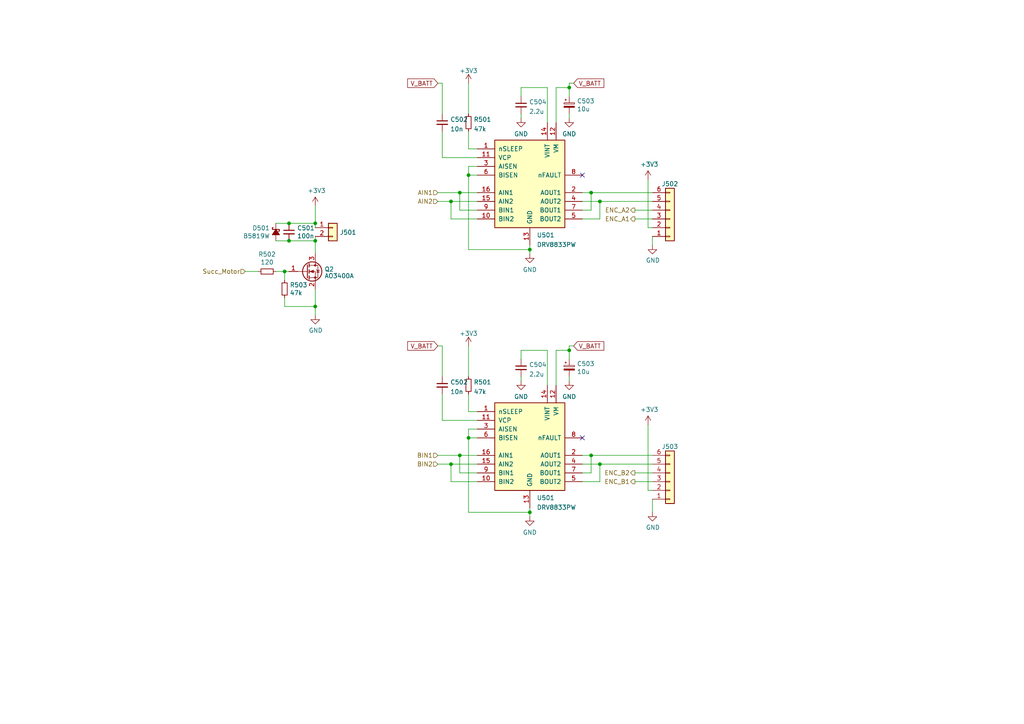
<source format=kicad_sch>
(kicad_sch (version 20230121) (generator eeschema)
  (paper "A4")
  (lib_symbols
    (symbol "Connector_Generic:Conn_01x02" (pin_names (offset 1.016) hide)
      (property "Reference" "J" (at 0 2.54 0))
      (property "Value" "Conn_01x02" (at 0 -5.08 0))
      (symbol "Conn_01x02_1_1"
        (rectangle (start -1.27 -2.413) (end 0 -2.667) (stroke (width 0.1524)))
        (rectangle (start -1.27 0.127) (end 0 -0.127) (stroke (width 0.1524)))
        (rectangle (start -1.27 1.27) (end 1.27 -3.81) (stroke (width 0.254)) (fill (type background)))
        (pin passive line (at -5.08 0 0) (length 3.81) (name "Pin_1") (number "1"))
        (pin passive line (at -5.08 -2.54 0) (length 3.81) (name "Pin_2") (number "2"))
      )
    )
    (symbol "Connector_Generic:Conn_01x06" (pin_names (offset 1.016) hide)
      (property "Reference" "J" (at 0 7.62 0))
      (property "Value" "Conn_01x06" (at 0 -10.16 0))
      (symbol "Conn_01x06_1_1"
        (rectangle (start -1.27 -7.493) (end 0 -7.747) (stroke (width 0.1524)))
        (rectangle (start -1.27 -4.953) (end 0 -5.207) (stroke (width 0.1524)))
        (rectangle (start -1.27 -2.413) (end 0 -2.667) (stroke (width 0.1524)))
        (rectangle (start -1.27 0.127) (end 0 -0.127) (stroke (width 0.1524)))
        (rectangle (start -1.27 2.667) (end 0 2.413) (stroke (width 0.1524)))
        (rectangle (start -1.27 5.207) (end 0 4.953) (stroke (width 0.1524)))
        (rectangle (start -1.27 6.35) (end 1.27 -8.89) (stroke (width 0.254)) (fill (type background)))
        (pin passive line (at -5.08 5.08 0) (length 3.81) (name "Pin_1") (number "1"))
        (pin passive line (at -5.08 2.54 0) (length 3.81) (name "Pin_2") (number "2"))
        (pin passive line (at -5.08 0 0) (length 3.81) (name "Pin_3") (number "3"))
        (pin passive line (at -5.08 -2.54 0) (length 3.81) (name "Pin_4") (number "4"))
        (pin passive line (at -5.08 -5.08 0) (length 3.81) (name "Pin_5") (number "5"))
        (pin passive line (at -5.08 -7.62 0) (length 3.81) (name "Pin_6") (number "6"))
      )
    )
    (symbol "Device:CP_Small" (pin_numbers hide) (pin_names (offset 0.254) hide)
      (property "Reference" "C" (at 0.254 1.778 0))
      (property "Value" "Device_CP_Small" (at 0.254 -2.032 0))
      (symbol "CP_Small_0_1"
        (rectangle (start -1.524 -0.3048) (end 1.524 -0.6858) (fill (type outline)))
        (rectangle (start -1.524 0.6858) (end 1.524 0.3048))
        (polyline (pts (xy -1.27 1.524) (xy -0.762 1.524)))
        (polyline (pts (xy -1.016 1.27) (xy -1.016 1.778)))
      )
      (symbol "CP_Small_1_1"
        (pin passive line (at 0 2.54 270) (length 1.8542) (name "~") (number "1"))
        (pin passive line (at 0 -2.54 90) (length 1.8542) (name "~") (number "2"))
      )
    )
    (symbol "Device:C_Small" (pin_numbers hide) (pin_names (offset 0.254) hide)
      (property "Reference" "C" (at 0.254 1.778 0))
      (property "Value" "C_Small" (at 0.254 -2.032 0))
      (symbol "C_Small_0_1"
        (polyline (pts (xy -1.524 -0.508) (xy 1.524 -0.508)) (stroke (width 0.3302)))
        (polyline (pts (xy -1.524 0.508) (xy 1.524 0.508)) (stroke (width 0.3048)))
      )
      (symbol "C_Small_1_1"
        (pin passive line (at 0 2.54 270) (length 2.032) (name "~") (number "1"))
        (pin passive line (at 0 -2.54 90) (length 2.032) (name "~") (number "2"))
      )
    )
    (symbol "Device:D_Schottky_Small_ALT" (pin_numbers hide) (pin_names (offset 0.254) hide)
      (property "Reference" "D" (at -1.27 2.032 0))
      (property "Value" "Device_D_Schottky_Small_ALT" (at -7.112 -2.032 0))
      (symbol "D_Schottky_Small_ALT_0_1"
        (polyline (pts (xy -0.762 0) (xy 0.762 0)))
        (polyline (pts (xy 0.762 -1.016) (xy -0.762 0) (xy 0.762 1.016) (xy 0.762 -1.016)) (stroke (width 0.254)) (fill (type outline)))
        (polyline (pts (xy -1.27 0.762) (xy -1.27 1.016) (xy -0.762 1.016) (xy -0.762 -1.016) (xy -0.254 -1.016) (xy -0.254 -0.762)) (stroke (width 0.254)))
      )
      (symbol "D_Schottky_Small_ALT_1_1"
        (pin passive line (at -2.54 0 0) (length 1.778) (name "K") (number "1"))
        (pin passive line (at 2.54 0 180) (length 1.778) (name "A") (number "2"))
      )
    )
    (symbol "Device:R_Small" (pin_numbers hide) (pin_names (offset 0.254) hide)
      (property "Reference" "R" (at 0.762 0.508 0))
      (property "Value" "R_Small" (at 0.762 -1.016 0))
      (symbol "R_Small_0_1"
        (rectangle (start -0.762 1.778) (end 0.762 -1.778) (stroke (width 0.2032)))
      )
      (symbol "R_Small_1_1"
        (pin passive line (at 0 2.54 270) (length 0.762) (name "~") (number "1"))
        (pin passive line (at 0 -2.54 90) (length 0.762) (name "~") (number "2"))
      )
    )
    (symbol "Driver_Motor:DRV8833PW" (pin_names (offset 1.016))
      (property "Reference" "U" (at -3.81 16.51 0))
      (property "Value" "DRV8833PW" (at -3.81 13.97 0))
      (symbol "DRV8833PW_0_1"
        (rectangle (start -10.16 12.7) (end 10.16 -12.7) (stroke (width 0.254)) (fill (type background)))
      )
      (symbol "DRV8833PW_1_1"
        (pin input line (at -15.24 10.16 0) (length 5.08) (name "nSLEEP") (number "1"))
        (pin input line (at -15.24 -10.16 0) (length 5.08) (name "BIN2") (number "10"))
        (pin bidirectional line (at -15.24 7.62 0) (length 5.08) (name "VCP") (number "11"))
        (pin power_in line (at 7.62 17.78 270) (length 5.08) (name "VM") (number "12"))
        (pin power_in line (at 0 -17.78 90) (length 5.08) (name "GND") (number "13"))
        (pin power_in line (at 5.08 17.78 270) (length 5.08) (name "VINT") (number "14"))
        (pin input line (at -15.24 -5.08 0) (length 5.08) (name "AIN2") (number "15"))
        (pin input line (at -15.24 -2.54 0) (length 5.08) (name "AIN1") (number "16"))
        (pin power_out line (at 15.24 -2.54 180) (length 5.08) (name "AOUT1") (number "2"))
        (pin bidirectional line (at -15.24 5.08 0) (length 5.08) (name "AISEN") (number "3"))
        (pin power_out line (at 15.24 -5.08 180) (length 5.08) (name "AOUT2") (number "4"))
        (pin power_out line (at 15.24 -10.16 180) (length 5.08) (name "BOUT2") (number "5"))
        (pin bidirectional line (at -15.24 2.54 0) (length 5.08) (name "BISEN") (number "6"))
        (pin power_out line (at 15.24 -7.62 180) (length 5.08) (name "BOUT1") (number "7"))
        (pin open_collector line (at 15.24 2.54 180) (length 5.08) (name "nFAULT") (number "8"))
        (pin input line (at -15.24 -7.62 0) (length 5.08) (name "BIN1") (number "9"))
      )
    )
    (symbol "Transistor_FET:AO3400A" (pin_names hide)
      (property "Reference" "Q" (at 5.08 1.905 0))
      (property "Value" "AO3400A" (at 5.08 0 0))
      (symbol "AO3400A_0_1"
        (polyline (pts (xy 0.254 0) (xy -2.54 0)))
        (polyline (pts (xy 0.254 1.905) (xy 0.254 -1.905)) (stroke (width 0.254)))
        (polyline (pts (xy 0.762 -1.27) (xy 0.762 -2.286)) (stroke (width 0.254)))
        (polyline (pts (xy 0.762 0.508) (xy 0.762 -0.508)) (stroke (width 0.254)))
        (polyline (pts (xy 0.762 2.286) (xy 0.762 1.27)) (stroke (width 0.254)))
        (polyline (pts (xy 2.54 2.54) (xy 2.54 1.778)))
        (polyline (pts (xy 2.54 -2.54) (xy 2.54 0) (xy 0.762 0)))
        (polyline (pts (xy 0.762 -1.778) (xy 3.302 -1.778) (xy 3.302 1.778) (xy 0.762 1.778)))
        (polyline (pts (xy 1.016 0) (xy 2.032 0.381) (xy 2.032 -0.381) (xy 1.016 0)) (fill (type outline)))
        (polyline (pts (xy 2.794 0.508) (xy 2.921 0.381) (xy 3.683 0.381) (xy 3.81 0.254)))
        (polyline (pts (xy 3.302 0.381) (xy 2.921 -0.254) (xy 3.683 -0.254) (xy 3.302 0.381)))
        (circle (center 1.651 0) (radius 2.794) (stroke (width 0.254)))
        (circle (center 2.54 -1.778) (radius 0.254) (fill (type outline)))
        (circle (center 2.54 1.778) (radius 0.254) (fill (type outline)))
      )
      (symbol "AO3400A_1_1"
        (pin input line (at -5.08 0 0) (length 2.54) (name "G") (number "1"))
        (pin passive line (at 2.54 -5.08 90) (length 2.54) (name "S") (number "2"))
        (pin passive line (at 2.54 5.08 270) (length 2.54) (name "D") (number "3"))
      )
    )
    (symbol "power:+3.3V" (power) (pin_names (offset 0))
      (property "Value" "+3.3V" (at 0 3.556 0))
      (symbol "+3.3V_0_1"
        (polyline (pts (xy -0.762 1.27) (xy 0 2.54)))
        (polyline (pts (xy 0 0) (xy 0 2.54)))
        (polyline (pts (xy 0 2.54) (xy 0.762 1.27)))
      )
      (symbol "+3.3V_1_1"
        (pin power_in line (at 0 0 90) (length 0) hide (name "+3V3") (number "1"))
      )
    )
    (symbol "power:GND" (power) (pin_names (offset 0))
      (property "Value" "GND" (at 0 -3.81 0))
      (symbol "GND_0_1"
        (polyline (pts (xy 0 0) (xy 0 -1.27) (xy 1.27 -1.27) (xy 0 -2.54) (xy -1.27 -1.27) (xy 0 -1.27)))
      )
      (symbol "GND_1_1"
        (pin power_in line (at 0 0 270) (length 0) hide (name "GND") (number "1"))
      )
    )
  )
  (junction (at 133.35 55.88))
  (junction (at 171.45 55.88))
  (junction (at 173.99 134.62))
  (junction (at 91.44 69.85))
  (junction (at 130.81 134.62))
  (junction (at 135.89 127))
  (junction (at 91.44 64.77))
  (junction (at 83.82 64.77))
  (junction (at 165.1 25.4))
  (junction (at 135.89 50.8))
  (junction (at 165.1 101.6))
  (junction (at 83.82 69.85))
  (junction (at 133.35 132.08))
  (junction (at 130.81 58.42))
  (junction (at 173.99 58.42))
  (junction (at 153.67 72.39))
  (junction (at 153.67 148.59))
  (junction (at 171.45 132.08))
  (junction (at 82.55 78.74))
  (junction (at 91.44 88.9))
  (no_connect (at 168.91 50.8))
  (no_connect (at 168.91 127))
  (wire (pts (xy 128.27 121.92) (xy 128.27 114.3)))
  (wire (pts (xy 138.43 60.96) (xy 133.35 60.96)))
  (wire (pts (xy 189.23 66.04) (xy 187.96 66.04)))
  (wire (pts (xy 130.81 139.7) (xy 130.81 134.62)))
  (wire (pts (xy 153.67 147.32) (xy 153.67 148.59)))
  (wire (pts (xy 165.1 24.13) (xy 166.37 24.13)))
  (wire (pts (xy 173.99 134.62) (xy 189.23 134.62)))
  (wire (pts (xy 138.43 63.5) (xy 130.81 63.5)))
  (wire (pts (xy 127 58.42) (xy 130.81 58.42)))
  (wire (pts (xy 135.89 43.18) (xy 135.89 38.1)))
  (wire (pts (xy 83.82 64.77) (xy 91.44 64.77)))
  (wire (pts (xy 91.44 88.9) (xy 91.44 83.82)))
  (wire (pts (xy 165.1 24.13) (xy 165.1 25.4)))
  (wire (pts (xy 161.29 25.4) (xy 165.1 25.4)))
  (wire (pts (xy 91.44 69.85) (xy 91.44 68.58)))
  (wire (pts (xy 158.75 25.4) (xy 158.75 35.56)))
  (wire (pts (xy 168.91 58.42) (xy 173.99 58.42)))
  (wire (pts (xy 138.43 137.16) (xy 133.35 137.16)))
  (wire (pts (xy 168.91 55.88) (xy 171.45 55.88)))
  (wire (pts (xy 74.93 78.74) (xy 71.12 78.74)))
  (wire (pts (xy 189.23 139.7) (xy 184.15 139.7)))
  (wire (pts (xy 171.45 60.96) (xy 171.45 55.88)))
  (wire (pts (xy 127 132.08) (xy 133.35 132.08)))
  (wire (pts (xy 184.15 63.5) (xy 189.23 63.5)))
  (wire (pts (xy 165.1 101.6) (xy 165.1 104.14)))
  (wire (pts (xy 135.89 127) (xy 135.89 148.59)))
  (wire (pts (xy 158.75 101.6) (xy 158.75 111.76)))
  (wire (pts (xy 80.01 69.85) (xy 83.82 69.85)))
  (wire (pts (xy 138.43 45.72) (xy 128.27 45.72)))
  (wire (pts (xy 189.23 142.24) (xy 187.96 142.24)))
  (wire (pts (xy 158.75 25.4) (xy 151.13 25.4)))
  (wire (pts (xy 138.43 139.7) (xy 130.81 139.7)))
  (wire (pts (xy 168.91 139.7) (xy 173.99 139.7)))
  (wire (pts (xy 138.43 43.18) (xy 135.89 43.18)))
  (wire (pts (xy 173.99 58.42) (xy 189.23 58.42)))
  (wire (pts (xy 82.55 86.36) (xy 82.55 88.9)))
  (wire (pts (xy 187.96 66.04) (xy 187.96 52.07)))
  (wire (pts (xy 161.29 101.6) (xy 161.29 111.76)))
  (wire (pts (xy 133.35 137.16) (xy 133.35 132.08)))
  (wire (pts (xy 161.29 25.4) (xy 161.29 35.56)))
  (wire (pts (xy 128.27 100.33) (xy 128.27 109.22)))
  (wire (pts (xy 91.44 59.69) (xy 91.44 64.77)))
  (wire (pts (xy 153.67 148.59) (xy 153.67 149.86)))
  (wire (pts (xy 171.45 132.08) (xy 189.23 132.08)))
  (wire (pts (xy 82.55 78.74) (xy 83.82 78.74)))
  (wire (pts (xy 128.27 24.13) (xy 127 24.13)))
  (wire (pts (xy 82.55 88.9) (xy 91.44 88.9)))
  (wire (pts (xy 153.67 72.39) (xy 153.67 73.66)))
  (wire (pts (xy 187.96 123.19) (xy 187.96 142.24)))
  (wire (pts (xy 135.89 24.13) (xy 135.89 33.02)))
  (wire (pts (xy 135.89 119.38) (xy 135.89 114.3)))
  (wire (pts (xy 168.91 132.08) (xy 171.45 132.08)))
  (wire (pts (xy 168.91 60.96) (xy 171.45 60.96)))
  (wire (pts (xy 83.82 69.85) (xy 91.44 69.85)))
  (wire (pts (xy 127 55.88) (xy 133.35 55.88)))
  (wire (pts (xy 184.15 137.16) (xy 189.23 137.16)))
  (wire (pts (xy 171.45 55.88) (xy 189.23 55.88)))
  (wire (pts (xy 161.29 101.6) (xy 165.1 101.6)))
  (wire (pts (xy 138.43 50.8) (xy 135.89 50.8)))
  (wire (pts (xy 151.13 33.02) (xy 151.13 34.29)))
  (wire (pts (xy 158.75 101.6) (xy 151.13 101.6)))
  (wire (pts (xy 171.45 137.16) (xy 171.45 132.08)))
  (wire (pts (xy 151.13 25.4) (xy 151.13 27.94)))
  (wire (pts (xy 135.89 50.8) (xy 135.89 72.39)))
  (wire (pts (xy 130.81 58.42) (xy 138.43 58.42)))
  (wire (pts (xy 168.91 137.16) (xy 171.45 137.16)))
  (wire (pts (xy 168.91 63.5) (xy 173.99 63.5)))
  (wire (pts (xy 82.55 81.28) (xy 82.55 78.74)))
  (wire (pts (xy 91.44 64.77) (xy 91.44 66.04)))
  (wire (pts (xy 133.35 55.88) (xy 138.43 55.88)))
  (wire (pts (xy 189.23 148.59) (xy 189.23 144.78)))
  (wire (pts (xy 133.35 132.08) (xy 138.43 132.08)))
  (wire (pts (xy 138.43 119.38) (xy 135.89 119.38)))
  (wire (pts (xy 128.27 45.72) (xy 128.27 38.1)))
  (wire (pts (xy 91.44 91.44) (xy 91.44 88.9)))
  (wire (pts (xy 189.23 60.96) (xy 184.15 60.96)))
  (wire (pts (xy 173.99 139.7) (xy 173.99 134.62)))
  (wire (pts (xy 189.23 71.12) (xy 189.23 68.58)))
  (wire (pts (xy 138.43 127) (xy 135.89 127)))
  (wire (pts (xy 151.13 109.22) (xy 151.13 110.49)))
  (wire (pts (xy 135.89 127) (xy 135.89 124.46)))
  (wire (pts (xy 80.01 78.74) (xy 82.55 78.74)))
  (wire (pts (xy 127 134.62) (xy 130.81 134.62)))
  (wire (pts (xy 165.1 109.22) (xy 165.1 110.49)))
  (wire (pts (xy 138.43 121.92) (xy 128.27 121.92)))
  (wire (pts (xy 173.99 63.5) (xy 173.99 58.42)))
  (wire (pts (xy 80.01 64.77) (xy 83.82 64.77)))
  (wire (pts (xy 153.67 71.12) (xy 153.67 72.39)))
  (wire (pts (xy 165.1 25.4) (xy 165.1 27.94)))
  (wire (pts (xy 165.1 100.33) (xy 165.1 101.6)))
  (wire (pts (xy 91.44 73.66) (xy 91.44 69.85)))
  (wire (pts (xy 133.35 60.96) (xy 133.35 55.88)))
  (wire (pts (xy 165.1 100.33) (xy 166.37 100.33)))
  (wire (pts (xy 128.27 24.13) (xy 128.27 33.02)))
  (wire (pts (xy 135.89 50.8) (xy 135.89 48.26)))
  (wire (pts (xy 138.43 124.46) (xy 135.89 124.46)))
  (wire (pts (xy 165.1 33.02) (xy 165.1 34.29)))
  (wire (pts (xy 151.13 101.6) (xy 151.13 104.14)))
  (wire (pts (xy 168.91 134.62) (xy 173.99 134.62)))
  (wire (pts (xy 135.89 148.59) (xy 153.67 148.59)))
  (wire (pts (xy 127 100.33) (xy 128.27 100.33)))
  (wire (pts (xy 135.89 72.39) (xy 153.67 72.39)))
  (wire (pts (xy 135.89 100.33) (xy 135.89 109.22)))
  (wire (pts (xy 130.81 63.5) (xy 130.81 58.42)))
  (wire (pts (xy 138.43 48.26) (xy 135.89 48.26)))
  (wire (pts (xy 130.81 134.62) (xy 138.43 134.62)))
  (global_label "V_BATT" (shape input) (at 127 24.13 180) (property "Intersheetrefs" "${INTERSHEET_REFS}" (effects hide)))
  (global_label "V_BATT" (shape input) (at 166.37 100.33 0) (property "Intersheetrefs" "${INTERSHEET_REFS}" (effects hide)))
  (global_label "V_BATT" (shape input) (at 166.37 24.13 0) (property "Intersheetrefs" "${INTERSHEET_REFS}" (effects hide)))
  (global_label "V_BATT" (shape input) (at 127 100.33 180) (property "Intersheetrefs" "${INTERSHEET_REFS}" (effects hide)))
  (hierarchical_label "Succ_Motor" (shape input) (at 71.12 78.74 180))
  (hierarchical_label "ENC_A2" (shape output) (at 184.15 60.96 180))
  (hierarchical_label "BIN1" (shape input) (at 127 132.08 180))
  (hierarchical_label "ENC_B2" (shape output) (at 184.15 137.16 180))
  (hierarchical_label "AIN2" (shape input) (at 127 58.42 180))
  (hierarchical_label "ENC_A1" (shape output) (at 184.15 63.5 180))
  (hierarchical_label "BIN2" (shape input) (at 127 134.62 180))
  (hierarchical_label "AIN1" (shape input) (at 127 55.88 180))
  (hierarchical_label "ENC_B1" (shape output) (at 184.15 139.7 180))
  (symbol (lib_id "power:+3.3V") (at 91.44 59.69 0) (unit 1)
    (property "Reference" "#PWR023" (effects hide))
    (property "Value" "+3.3V" (at 91.821 55.2958 0))
    (instances (project "Line Tracer esp32" (path "" (reference "#PWR023") (unit 1))) (project "Line Tracer" (path "" (reference "#PWR076") (unit 1))) (project "Line Tracer F405RGT" (path "" (reference "#PWR058") (unit 1))) (project "Line Tracer RP2040" (path "" (reference "#PWR0301") (unit 1))))
  )
  (symbol (lib_id "power:GND") (at 91.44 91.44 0) (unit 1)
    (property "Reference" "#PWR029" (effects hide))
    (property "Value" "GND" (at 91.567 95.8342 0))
    (instances (project "Line Tracer esp32" (path "" (reference "#PWR029") (unit 1))) (project "Line Tracer" (path "" (reference "#PWR083") (unit 1))) (project "Line Tracer F405RGT" (path "" (reference "#PWR061") (unit 1))) (project "Line Tracer RP2040" (path "" (reference "#PWR0310") (unit 1))))
  )
  (symbol (lib_id "power:+3.3V") (at 187.96 123.19 0) (unit 1)
    (property "Reference" "#PWR030" (effects hide))
    (property "Value" "+3.3V" (at 188.341 118.7958 0))
    (instances (project "Line Tracer esp32" (path "" (reference "#PWR030") (unit 1))) (project "Line Tracer" (path "" (reference "#PWR086") (unit 1))) (project "Line Tracer F405RGT" (path "" (reference "#PWR065") (unit 1))) (project "Line Tracer RP2040" (path "" (reference "#PWR0308") (unit 1))))
  )
  (symbol (lib_id "Device:C_Small") (at 128.27 111.76 0) (unit 1)
    (property "Reference" "C502" (at 130.5941 110.8578 0) (effects (justify left)))
    (property "Value" "10n" (at 130.5941 113.6329 0) (effects (justify left)))
    (property "Footprint" "Capacitor_SMD:C_0603_1608Metric" (effects hide))
    (instances (project "Line Tracer esp32" (path "" (reference "C502") (unit 1))) (project "Line Tracer" (path "" (reference "C29") (unit 1))) (project "Line Tracer F405RGT" (path "" (reference "C20") (unit 1))) (project "Line Tracer RP2040" (path "" (reference "C305") (unit 1))))
  )
  (symbol (lib_id "Device:D_Schottky_Small_ALT") (at 80.01 67.31 90) (mirror x) (unit 1)
    (property "Reference" "D501" (at 78.2828 66.1416 90) (effects (justify left)))
    (property "Value" "B5819W" (at 78.2828 68.453 90) (effects (justify left)))
    (property "Footprint" "Diode_SMD:D_SOD-123" (effects hide))
    (instances (project "Line Tracer esp32" (path "" (reference "D501") (unit 1))) (project "Line Tracer" (path "" (reference "D7") (unit 1))) (project "Line Tracer F405RGT" (path "" (reference "D5") (unit 1))) (project "Line Tracer RP2040" (path "" (reference "D301") (unit 1))))
  )
  (symbol (lib_id "power:GND") (at 165.1 34.29 0) (unit 1)
    (property "Reference" "#PWR026" (effects hide))
    (property "Value" "GND" (at 165.1 38.8525 0))
    (instances (project "Line Tracer esp32" (path "" (reference "#PWR026") (unit 1))) (project "Line Tracer" (path "" (reference "#PWR080") (unit 1))) (project "Line Tracer F405RGT" (path "" (reference "#PWR056") (unit 1))) (project "Line Tracer RP2040" (path "" (reference "#PWR0306") (unit 1))))
  )
  (symbol (lib_id "power:+3.3V") (at 135.89 24.13 0) (unit 1)
    (property "Reference" "#PWR024" (effects hide))
    (property "Value" "+3.3V" (at 135.89 20.5255 0))
    (instances (project "Line Tracer esp32" (path "" (reference "#PWR024") (unit 1))) (project "Line Tracer" (path "" (reference "#PWR078") (unit 1))) (project "Line Tracer F405RGT" (path "" (reference "#PWR054") (unit 1))) (project "Line Tracer RP2040" (path "" (reference "#PWR0303") (unit 1))))
  )
  (symbol (lib_id "power:GND") (at 189.23 148.59 0) (unit 1)
    (property "Reference" "#PWR034" (effects hide))
    (property "Value" "GND" (at 189.357 152.9842 0))
    (instances (project "Line Tracer esp32" (path "" (reference "#PWR034") (unit 1))) (project "Line Tracer" (path "" (reference "#PWR087") (unit 1))) (project "Line Tracer F405RGT" (path "" (reference "#PWR066") (unit 1))) (project "Line Tracer RP2040" (path "" (reference "#PWR0313") (unit 1))))
  )
  (symbol (lib_id "Device:C_Small") (at 128.27 35.56 0) (unit 1)
    (property "Reference" "C502" (at 130.5941 34.6578 0) (effects (justify left)))
    (property "Value" "10n" (at 130.5941 37.4329 0) (effects (justify left)))
    (property "Footprint" "Capacitor_SMD:C_0603_1608Metric" (effects hide))
    (instances (project "Line Tracer esp32" (path "" (reference "C502") (unit 1))) (project "Line Tracer" (path "" (reference "C29") (unit 1))) (project "Line Tracer F405RGT" (path "" (reference "C16") (unit 1))) (project "Line Tracer RP2040" (path "" (reference "C302") (unit 1))))
  )
  (symbol (lib_id "Connector_Generic:Conn_01x02") (at 96.52 66.04 0) (unit 1)
    (property "Reference" "J501" (at 98.552 67.4116 0) (effects (justify left)))
    (property "Value" "Conn_01x02" (effects hide))
    (property "Footprint" "Connector_JST:JST_PH_B2B-PH-K_1x02_P2.00mm_Vertical" (effects hide))
    (instances (project "Line Tracer esp32" (path "" (reference "J501") (unit 1))) (project "Line Tracer" (path "" (reference "J9") (unit 1))) (project "Line Tracer F405RGT" (path "" (reference "J4") (unit 1))) (project "Line Tracer RP2040" (path "" (reference "J301") (unit 1))))
  )
  (symbol (lib_id "power:+3.3V") (at 135.89 100.33 0) (unit 1)
    (property "Reference" "#PWR024" (effects hide))
    (property "Value" "+3.3V" (at 135.89 96.7255 0))
    (instances (project "Line Tracer esp32" (path "" (reference "#PWR024") (unit 1))) (project "Line Tracer" (path "" (reference "#PWR078") (unit 1))) (project "Line Tracer F405RGT" (path "" (reference "#PWR062") (unit 1))) (project "Line Tracer RP2040" (path "" (reference "#PWR0315") (unit 1))))
  )
  (symbol (lib_id "Device:R_Small") (at 135.89 111.76 0) (unit 1)
    (property "Reference" "R501" (at 137.3886 110.8515 0) (effects (justify left)))
    (property "Value" "47k" (at 137.3886 113.6266 0) (effects (justify left)))
    (property "Footprint" "Resistor_SMD:R_0603_1608Metric" (effects hide))
    (instances (project "Line Tracer esp32" (path "" (reference "R501") (unit 1))) (project "Line Tracer" (path "" (reference "R32") (unit 1))) (project "Line Tracer F405RGT" (path "" (reference "R34") (unit 1))) (project "Line Tracer RP2040" (path "" (reference "R304") (unit 1))))
  )
  (symbol (lib_id "power:GND") (at 165.1 110.49 0) (unit 1)
    (property "Reference" "#PWR026" (effects hide))
    (property "Value" "GND" (at 165.1 115.0525 0))
    (instances (project "Line Tracer esp32" (path "" (reference "#PWR026") (unit 1))) (project "Line Tracer" (path "" (reference "#PWR080") (unit 1))) (project "Line Tracer F405RGT" (path "" (reference "#PWR064") (unit 1))) (project "Line Tracer RP2040" (path "" (reference "#PWR0318") (unit 1))))
  )
  (symbol (lib_id "Connector_Generic:Conn_01x06") (at 194.31 63.5 0) (mirror x) (unit 1)
    (property "Reference" "J502" (at 194.31 53.34 0))
    (property "Value" "Conn_01x06" (effects hide))
    (property "Footprint" "Connector_JST:JST_PH_B6B-PH-K_1x06_P2.00mm_Vertical" (effects hide))
    (instances (project "Line Tracer esp32" (path "" (reference "J502") (unit 1))) (project "Line Tracer" (path "" (reference "J10") (unit 1))) (project "Line Tracer F405RGT" (path "" (reference "J3") (unit 1))) (project "Line Tracer RP2040" (path "" (reference "J302") (unit 1))))
  )
  (symbol (lib_id "Transistor_FET:AO3400A") (at 88.9 78.74 0) (unit 1)
    (property "Reference" "Q2" (at 94.107 78.0963 0) (effects (justify left)))
    (property "Value" "AO3400A" (at 94.107 80.0173 0) (effects (justify left)))
    (property "Footprint" "Package_TO_SOT_SMD:SOT-23" (effects hide))
    (property "Datasheet" "http://www.aosmd.com/pdfs/datasheet/AO3400A.pdf" (effects hide))
  )
  (symbol (lib_id "Device:C_Small") (at 151.13 106.68 0) (unit 1)
    (property "Reference" "C504" (at 153.4541 105.7778 0) (effects (justify left)))
    (property "Value" "2.2u" (at 153.4541 108.5529 0) (effects (justify left)))
    (property "Footprint" "Capacitor_SMD:C_0603_1608Metric" (effects hide))
    (instances (project "Line Tracer esp32" (path "" (reference "C504") (unit 1))) (project "Line Tracer" (path "" (reference "C30") (unit 1))) (project "Line Tracer F405RGT" (path "" (reference "C18") (unit 1))) (project "Line Tracer RP2040" (path "" (reference "C307") (unit 1))))
  )
  (symbol (lib_id "power:GND") (at 189.23 71.12 0) (unit 1)
    (property "Reference" "#PWR032" (effects hide))
    (property "Value" "GND" (at 189.357 75.5142 0))
    (instances (project "Line Tracer esp32" (path "" (reference "#PWR032") (unit 1))) (project "Line Tracer" (path "" (reference "#PWR085") (unit 1))) (project "Line Tracer F405RGT" (path "" (reference "#PWR059") (unit 1))) (project "Line Tracer RP2040" (path "" (reference "#PWR0311") (unit 1))))
  )
  (symbol (lib_id "power:GND") (at 153.67 149.86 0) (unit 1)
    (property "Reference" "#PWR033" (effects hide))
    (property "Value" "GND" (at 153.67 154.4225 0))
    (instances (project "Line Tracer esp32" (path "" (reference "#PWR033") (unit 1))) (project "Line Tracer" (path "" (reference "#PWR088") (unit 1))) (project "Line Tracer F405RGT" (path "" (reference "#PWR067") (unit 1))) (project "Line Tracer RP2040" (path "" (reference "#PWR0322") (unit 1))))
  )
  (symbol (lib_id "Device:R_Small") (at 135.89 35.56 0) (unit 1)
    (property "Reference" "R501" (at 137.3886 34.6515 0) (effects (justify left)))
    (property "Value" "47k" (at 137.3886 37.4266 0) (effects (justify left)))
    (property "Footprint" "Resistor_SMD:R_0603_1608Metric" (effects hide))
    (instances (project "Line Tracer esp32" (path "" (reference "R501") (unit 1))) (project "Line Tracer" (path "" (reference "R32") (unit 1))) (project "Line Tracer F405RGT" (path "" (reference "R31") (unit 1))) (project "Line Tracer RP2040" (path "" (reference "R301") (unit 1))))
  )
  (symbol (lib_id "Device:CP_Small") (at 165.1 106.68 0) (unit 1)
    (property "Reference" "C503" (at 167.3352 105.5116 0) (effects (justify left)))
    (property "Value" "10u" (at 167.3352 107.823 0) (effects (justify left)))
    (property "Footprint" "Capacitor_Tantalum_SMD:CP_EIA-6032-28_Kemet-C" (effects hide))
    (instances (project "Line Tracer esp32" (path "" (reference "C503") (unit 1))) (project "Line Tracer" (path "" (reference "C28") (unit 1))) (project "Line Tracer F405RGT" (path "" (reference "C19") (unit 1))) (project "Line Tracer RP2040" (path "" (reference "C306") (unit 1))))
  )
  (symbol (lib_id "Device:C_Small") (at 83.82 67.31 0) (mirror y) (unit 1)
    (property "Reference" "C501" (at 86.1568 66.1416 0) (effects (justify right)))
    (property "Value" "100n" (at 86.1568 68.453 0) (effects (justify right)))
    (property "Footprint" "Capacitor_SMD:C_0805_2012Metric" (effects hide))
    (instances (project "Line Tracer esp32" (path "" (reference "C501") (unit 1))) (project "Line Tracer" (path "" (reference "C27") (unit 1))) (project "Line Tracer F405RGT" (path "" (reference "C17") (unit 1))) (project "Line Tracer RP2040" (path "" (reference "C301") (unit 1))))
  )
  (symbol (lib_id "Device:CP_Small") (at 165.1 30.48 0) (unit 1)
    (property "Reference" "C503" (at 167.3352 29.3116 0) (effects (justify left)))
    (property "Value" "10u" (at 167.3352 31.623 0) (effects (justify left)))
    (property "Footprint" "Capacitor_Tantalum_SMD:CP_EIA-6032-28_Kemet-C" (effects hide))
    (instances (project "Line Tracer esp32" (path "" (reference "C503") (unit 1))) (project "Line Tracer" (path "" (reference "C28") (unit 1))) (project "Line Tracer F405RGT" (path "" (reference "C15") (unit 1))) (project "Line Tracer RP2040" (path "" (reference "C303") (unit 1))))
  )
  (symbol (lib_id "power:GND") (at 151.13 110.49 0) (unit 1)
    (property "Reference" "#PWR027" (effects hide))
    (property "Value" "GND" (at 151.13 115.0525 0))
    (instances (project "Line Tracer esp32" (path "" (reference "#PWR027") (unit 1))) (project "Line Tracer" (path "" (reference "#PWR081") (unit 1))) (project "Line Tracer F405RGT" (path "" (reference "#PWR063") (unit 1))) (project "Line Tracer RP2040" (path "" (reference "#PWR0319") (unit 1))))
  )
  (symbol (lib_id "Device:C_Small") (at 151.13 30.48 0) (unit 1)
    (property "Reference" "C504" (at 153.4541 29.5778 0) (effects (justify left)))
    (property "Value" "2.2u" (at 153.4541 32.3529 0) (effects (justify left)))
    (property "Footprint" "Capacitor_SMD:C_0603_1608Metric" (effects hide))
    (instances (project "Line Tracer esp32" (path "" (reference "C504") (unit 1))) (project "Line Tracer" (path "" (reference "C30") (unit 1))) (project "Line Tracer F405RGT" (path "" (reference "C14") (unit 1))) (project "Line Tracer RP2040" (path "" (reference "C304") (unit 1))))
  )
  (symbol (lib_id "power:GND") (at 151.13 34.29 0) (unit 1)
    (property "Reference" "#PWR027" (effects hide))
    (property "Value" "GND" (at 151.13 38.8525 0))
    (instances (project "Line Tracer esp32" (path "" (reference "#PWR027") (unit 1))) (project "Line Tracer" (path "" (reference "#PWR081") (unit 1))) (project "Line Tracer F405RGT" (path "" (reference "#PWR055") (unit 1))) (project "Line Tracer RP2040" (path "" (reference "#PWR0307") (unit 1))))
  )
  (symbol (lib_id "power:GND") (at 153.67 73.66 0) (unit 1)
    (property "Reference" "#PWR033" (effects hide))
    (property "Value" "GND" (at 153.67 78.2225 0))
    (instances (project "Line Tracer esp32" (path "" (reference "#PWR033") (unit 1))) (project "Line Tracer" (path "" (reference "#PWR088") (unit 1))) (project "Line Tracer F405RGT" (path "" (reference "#PWR060") (unit 1))) (project "Line Tracer RP2040" (path "" (reference "#PWR0312") (unit 1))))
  )
  (symbol (lib_id "Driver_Motor:DRV8833PW") (at 153.67 53.34 0) (unit 1)
    (property "Reference" "U501" (at 155.6894 68.1895 0) (effects (justify left)))
    (property "Value" "DRV8833PW" (at 155.6894 70.9646 0) (effects (justify left)))
    (property "Footprint" "Package_SO:TSSOP-16_4.4x5mm_P0.65mm" (effects hide))
    (property "Datasheet" "http://www.ti.com/lit/ds/symlink/drv8833.pdf" (effects hide))
    (instances (project "Line Tracer esp32" (path "" (reference "U501") (unit 1))) (project "Line Tracer" (path "" (reference "U5") (unit 1))) (project "Line Tracer F405RGT" (path "" (reference "U15") (unit 1))) (project "Line Tracer RP2040" (path "" (reference "U301") (unit 1))))
  )
  (symbol (lib_id "Driver_Motor:DRV8833PW") (at 153.67 129.54 0) (unit 1)
    (property "Reference" "U501" (at 155.6894 144.3895 0) (effects (justify left)))
    (property "Value" "DRV8833PW" (at 155.6894 147.1646 0) (effects (justify left)))
    (property "Footprint" "Package_SO:TSSOP-16_4.4x5mm_P0.65mm" (effects hide))
    (property "Datasheet" "http://www.ti.com/lit/ds/symlink/drv8833.pdf" (effects hide))
    (instances (project "Line Tracer esp32" (path "" (reference "U501") (unit 1))) (project "Line Tracer" (path "" (reference "U5") (unit 1))) (project "Line Tracer F405RGT" (path "" (reference "U16") (unit 1))) (project "Line Tracer RP2040" (path "" (reference "U302") (unit 1))))
  )
  (symbol (lib_id "Device:R_Small") (at 82.55 83.82 0) (unit 1)
    (property "Reference" "R503" (at 84.0486 82.6516 0) (effects (justify left)))
    (property "Value" "47k" (at 84.0486 84.963 0) (effects (justify left)))
    (property "Footprint" "Resistor_SMD:R_0603_1608Metric" (effects hide))
    (instances (project "Line Tracer esp32" (path "" (reference "R503") (unit 1))) (project "Line Tracer" (path "" (reference "R33") (unit 1))) (project "Line Tracer F405RGT" (path "" (reference "R33") (unit 1))) (project "Line Tracer RP2040" (path "" (reference "R303") (unit 1))))
  )
  (symbol (lib_id "Device:R_Small") (at 77.47 78.74 270) (unit 1)
    (property "Reference" "R502" (at 77.47 73.7616 90))
    (property "Value" "120" (at 77.47 76.073 90))
    (property "Footprint" "Resistor_SMD:R_0603_1608Metric" (effects hide))
    (instances (project "Line Tracer esp32" (path "" (reference "R502") (unit 1))) (project "Line Tracer" (path "" (reference "R31") (unit 1))) (project "Line Tracer F405RGT" (path "" (reference "R32") (unit 1))) (project "Line Tracer RP2040" (path "" (reference "R302") (unit 1))))
  )
  (symbol (lib_id "power:+3.3V") (at 187.96 52.07 0) (unit 1)
    (property "Reference" "#PWR031" (effects hide))
    (property "Value" "+3.3V" (at 188.341 47.6758 0))
    (instances (project "Line Tracer esp32" (path "" (reference "#PWR031") (unit 1))) (project "Line Tracer" (path "" (reference "#PWR084") (unit 1))) (project "Line Tracer F405RGT" (path "" (reference "#PWR057") (unit 1))) (project "Line Tracer RP2040" (path "" (reference "#PWR0309") (unit 1))))
  )
  (symbol (lib_id "Connector_Generic:Conn_01x06") (at 194.31 139.7 0) (mirror x) (unit 1)
    (property "Reference" "J503" (at 194.31 129.54 0))
    (property "Value" "Conn_01x06" (effects hide))
    (property "Footprint" "Connector_JST:JST_PH_B6B-PH-K_1x06_P2.00mm_Vertical" (effects hide))
    (instances (project "Line Tracer esp32" (path "" (reference "J503") (unit 1))) (project "Line Tracer" (path "" (reference "J11") (unit 1))) (project "Line Tracer F405RGT" (path "" (reference "J5") (unit 1))) (project "Line Tracer RP2040" (path "" (reference "J303") (unit 1))))
  )
)
</source>
